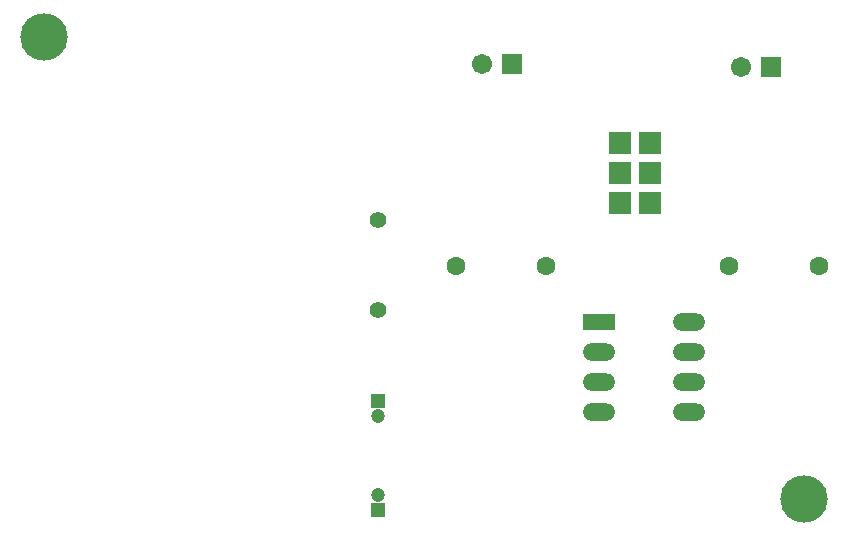
<source format=gts>
G04*
G04 #@! TF.GenerationSoftware,Altium Limited,Altium Designer,22.1.2 (22)*
G04*
G04 Layer_Color=8388736*
%FSLAX24Y24*%
%MOIN*%
G70*
G04*
G04 #@! TF.SameCoordinates,7A650634-9A44-4CAA-BA79-F25DBBA71C61*
G04*
G04*
G04 #@! TF.FilePolarity,Negative*
G04*
G01*
G75*
%ADD14C,0.1580*%
%ADD15R,0.0780X0.0780*%
%ADD16R,0.0474X0.0474*%
%ADD17C,0.0474*%
%ADD18C,0.0671*%
%ADD19R,0.0671X0.0671*%
%ADD20C,0.0631*%
%ADD21R,0.1080X0.0580*%
%ADD22O,0.1080X0.0580*%
%ADD23C,0.0552*%
D14*
X27200Y2700D02*
D03*
X1850Y18100D02*
D03*
D15*
X21050Y14550D02*
D03*
Y13550D02*
D03*
Y12550D02*
D03*
X22050Y14550D02*
D03*
Y13550D02*
D03*
Y12550D02*
D03*
D16*
X13000Y2328D02*
D03*
X12983Y5944D02*
D03*
D17*
X13000Y2828D02*
D03*
X12983Y5444D02*
D03*
D18*
X25100Y17100D02*
D03*
X16450Y17200D02*
D03*
D19*
X26100Y17100D02*
D03*
X17450Y17200D02*
D03*
D20*
X27700Y10450D02*
D03*
X24700D02*
D03*
X18600D02*
D03*
X15600D02*
D03*
D21*
X20350Y8600D02*
D03*
D22*
Y7600D02*
D03*
Y6600D02*
D03*
Y5600D02*
D03*
X23350Y8600D02*
D03*
Y7600D02*
D03*
Y6600D02*
D03*
Y5600D02*
D03*
D23*
X13000Y9000D02*
D03*
Y12000D02*
D03*
M02*

</source>
